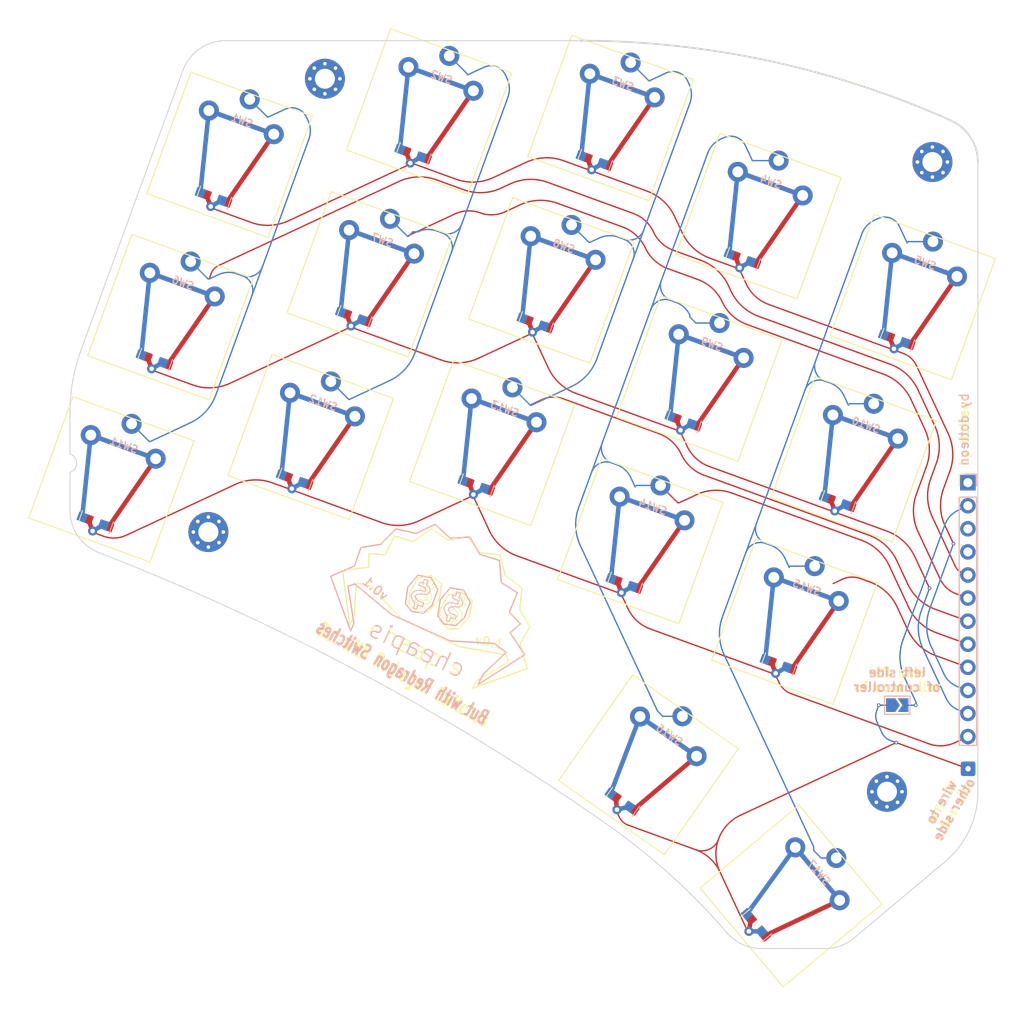
<source format=kicad_pcb>
(kicad_pcb (version 20241229) (generator "pcbnew") (generator_version "9.0")
  (layers (0 "F.Cu" signal) (2 "B.Cu" signal) (13 "F.Paste" user) (15 "B.Paste" user) (5 "F.SilkS" user "F.Silkscreen") (7 "B.SilkS" user "B.Silkscreen") (1 "F.Mask" user) (3 "B.Mask" user) (25 "Edge.Cuts" user))
  (net 0 "")
  (net 1 "row4")
  (net 2 "col1")
  (net 3 "row1")
  (net 4 "col2")
  (net 5 "col3")
  (net 6 "col4")
  (net 7 "col5")
  (net 8 "row2")
  (net 9 "row3")
  (net 10 "Net-(JP1-B)")
  (footprint "Redragon:SW_Redragon_LowProfile_PCB_1.00u" (layer "F.Cu") (at 86.587042 89.089731 -20)
    (property "Reference" "SW8")
    (property "Value" "SW_Diode_Combined")
  )
  (footprint "Redragon:SW_Redragon_LowProfile_PCB_1.00u" (layer "F.Cu") (at 97.281338 142.370654 -35)
    (property "Reference" "SW16")
    (property "Value" "SW_Diode_Combined")
  )
  (footprint "Redragon:SW_Redragon_LowProfile_PCB_1.00u" (layer "F.Cu") (at 66.613726 88.413684 -20)
    (property "Reference" "SW7")
    (property "Value" "SW_Diode_Combined")
  )
  (footprint "Redragon:SW_Redragon_LowProfile_PCB_1.00u" (layer "F.Cu") (at 109.376387 82.011262 -20)
    (property "Reference" "SW4")
    (property "Value" "SW_Diode_Combined")
  )
  (footprint "MountingHole:MountingHole_2.2mm_M2_Pad_Via" (layer "F.Cu") (at 48.850157 116.775446)
    (property "Reference" "H3")
    (property "Value" "MountingHole")
  )
  (footprint "Redragon:SW_Redragon_LowProfile_PCB_1.00u" (layer "F.Cu") (at 126.357877 90.924828 -20)
    (property "Reference" "SW5")
    (property "Value" "SW_Diode_Combined")
  )
  (footprint "Redragon:SW_Redragon_LowProfile_PCB_1.00u" (layer "F.Cu") (at 102.877486 99.884389 -20)
    (property "Reference" "SW9")
    (property "Value" "SW_Diode_Combined")
  )
  (footprint "dotleon:promicro_half" (layer "F.Cu") (at 132.426387 111.341261)
    (property "Reference" "U1")
    (property "Value" "ProMicro")
  )
  (footprint "MountingHole:MountingHole_2.2mm_M2_Pad_Via" (layer "F.Cu") (at 123.519877 145.352724)
    (property "Reference" "H4")
    (property "Value" "MountingHole")
  )
  (footprint "Jumper:SolderJumper-2_P1.3mm_Open_TrianglePad1.0x1.5mm" (layer "F.Cu") (at 124.650387 135.827262)
    (property "Reference" "JP2")
    (property "Value" "SolderJumper_2_Open")
  )
  (footprint "Redragon:SW_Redragon_LowProfile_PCB_1.00u" (layer "F.Cu") (at 119.844121 108.76275 -20)
    (property "Reference" "SW10")
    (property "Value" "SW_Diode_Combined")
  )
  (footprint "MountingHole:MountingHole_2.2mm_M2_Pad_Via" (layer "F.Cu") (at 61.675328 66.896167)
    (property "Reference" "H1")
    (property "Value" "MountingHole")
  )
  (footprint "Redragon:SW_Redragon_LowProfile_PCB_1.00u" (layer "F.Cu") (at 113.339573 126.633849 -20)
    (property "Reference" "SW15")
    (property "Value" "SW_Diode_Combined")
  )
  (footprint "Redragon:SW_Redragon_LowProfile_PCB_1.00u" (layer "F.Cu") (at 51.179015 75.267916 -20)
    (property "Reference" "SW1")
    (property "Value" "SW_Diode_Combined")
  )
  (footprint "Redragon:SW_Redragon_LowProfile_PCB_1.00u" (layer "F.Cu") (at 93.09158 71.218657 -20)
    (property "Reference" "SW3")
    (property "Value" "SW_Diode_Combined")
  )
  (footprint "Connector_Wire:SolderWire-0.1sqmm_1x01_D0.4mm_OD1mm" (layer "F.Cu") (at 132.446386 142.821262)
    (property "Reference" "J1")
    (property "Value" "Conn_01x01")
  )
  (footprint "MountingHole:MountingHole_2.2mm_M2_Pad_Via" (layer "F.Cu") (at 128.519877 76.062098)
    (property "Reference" "H2")
    (property "Value" "MountingHole")
  )
  (footprint "Redragon:SW_Redragon_LowProfile_PCB_1.00u" (layer "F.Cu") (at 112.962957 156.821847 -50)
    (property "Reference" "SW17")
    (property "Value" "SW_Diode_Combined")
  )
  (footprint "Redragon:SW_Redragon_LowProfile_PCB_1.00u" (layer "F.Cu") (at 73.137418 70.489987 -20)
    (property "Reference" "SW2")
    (property "Value" "SW_Diode_Combined")
  )
  (footprint "Redragon:SW_Redragon_LowProfile_PCB_1.00u" (layer "F.Cu") (at 96.372938 117.755486 -20)
    (property "Reference" "SW14")
    (property "Value" "SW_Diode_Combined")
  )
  (footprint "Redragon:SW_Redragon_LowProfile_PCB_1.00u" (layer "F.Cu") (at 80.082495 106.960829 -20)
    (property "Reference" "SW13")
    (property "Value" "SW_Diode_Combined")
  )
  (footprint "Redragon:SW_Redragon_LowProfile_PCB_1.00u" (layer "F.Cu") (at 44.680625 93.122099 -20)
    (property "Reference" "SW6")
    (property "Value" "SW_Diode_Combined")
  )
  (footprint "Redragon:SW_Redragon_LowProfile_PCB_1.00u" (layer "F.Cu") (at 60.105751 106.317588 -20)
    (property "Reference" "SW12")
    (property "Value" "SW_Diode_Combined")
  )
  (footprint "Redragon:SW_Redragon_LowProfile_PCB_1.00u" (layer "F.Cu") (at 38.182241 110.976259 -20)
    (property "Reference" "SW11")
    (property "Value" "SW_Diode_Combined")
  )
  (footprint "Jumper:SolderJumper-2_P1.3mm_Open_TrianglePad1.0x1.5mm" (layer "B.Cu") (at 124.650387 135.827262)
    (property "Reference" "JP1")
    (property "Value" "SolderJumper_2_Open")
  )
  (gr_poly (pts (xy 74.526437 122.5073) (xy 74.226911 124.207384) (xy 73.032118 125.560332) (xy 71.911189 125.599304) (xy 70.954571 124.719032) (xy 70.989119 123.454596) (xy 71.88666 121.865753) (xy 73.381876 121.558624)) (stroke (width 0.15)) (fill no) (layer "F.SilkS"))
  (gr_poly (pts (xy 77.074634 124.09058) (xy 76.840529 124.471627) (xy 77.121961 124.697014) (xy 76.996194 124.987156) (xy 76.325003 124.627288) (xy 76.117048 124.709477) (xy 76 124.9) (xy 76.47195 125.242437) (xy 76.71689 125.572095) (xy 76.802223 125.922405) (xy 76.674935 126.364396) (xy 76.259028 126.528773) (xy 75.951454 126.602245) (xy 75.752215 126.584816) (xy 75.409779 127.056766) (xy 75.12835 126.831378) (xy 75.362454 126.450333) (xy 74.881786 126.207517) (xy 75.115885 125.82647) (xy 75.787077 126.186339) (xy 76.293888 126.130298) (xy 76.332376 125.751396) (xy 75.965137 125.29848) (xy 75.592805 124.964757) (xy 75.636381 124.46666) (xy 76.160629 124.211379) (xy 76.450768 124.337143) (xy 76.693586 123.856478)) (stroke (width 0.1)) (fill no) (layer "F.SilkS"))
  (gr_poly (pts (xy 73.703793 122.236195) (xy 73.46969 122.617245) (xy 73.751119 122.842629) (xy 73.428647 123.031616) (xy 72.947982 122.788801) (xy 72.746211 122.855091) (xy 72.629159 123.045614) (xy 73.10111 123.388051) (xy 73.353987 123.681921) (xy 73.439319 124.032231) (xy 73.269945 124.49758) (xy 72.888187 124.674389) (xy 72.580612 124.747863) (xy 72.381375 124.73043) (xy 72.038938 125.202381) (xy 71.75751 124.976996) (xy 71.991612 124.595949) (xy 71.510945 124.353131) (xy 71.745048 123.972086) (xy 72.416237 124.331953) (xy 72.832663 124.237099) (xy 72.935269 123.955191) (xy 72.594296 123.444093) (xy 72.221966 123.110373) (xy 72.265545 122.612275) (xy 72.78979 122.356995) (xy 73.07993 122.482761) (xy 73.322747 122.002095)) (stroke (width 0.1)) (fill no) (layer "F.SilkS"))
  (gr_poly (pts (xy 77.874615 124.355389) (xy 77.575089 126.055473) (xy 76.3803 127.408423) (xy 75.259369 127.447392) (xy 74.302749 126.567121) (xy 74.337296 125.302683) (xy 75.234838 123.713842) (xy 76.730056 123.406714)) (stroke (width 0.15)) (fill no) (layer "F.SilkS"))
  (gr_poly (pts (xy 78.702315 119.018183) (xy 80.940647 119.30078) (xy 81.512411 121.530825) (xy 83.340319 122.941051) (xy 83.117488 125.307557) (xy 84.23614 127.204562) (xy 83.142019 129.041106) (xy 83.952848 131.783835) (xy 77.946073 133.960675) (xy 78.347861 133.149153) (xy 81.885524 131.03139) (xy 81.620891 130.296565) (xy 76.426673 129.363782) (xy 70.088239 126.311858) (xy 66.706037 122.739645) (xy 65.134123 122.380351) (xy 64.910948 125.917326) (xy 64.406553 127.010756) (xy 63.622323 120.97876) (xy 66.510151 120.646411) (xy 66.519134 119.159831) (xy 68.287619 119.271418) (xy 69.356174 117.21273) (xy 71.363731 117.837006) (xy 73.36334 116.436449) (xy 75.259654 117.658738) (xy 77.421289 117.274914)) (stroke (width 0.15)) (fill no) (layer "F.SilkS"))
  (gr_poly (pts (xy 75.475668 122.903522) (xy 74.36586 124.225766) (xy 74.09744 126.010688) (xy 74.788104 126.894421) (xy 76.077334 127.061405) (xy 77.023742 126.222175) (xy 77.663938 124.513331) (xy 76.938106 123.17051)) (stroke (width 0.15)) (fill no) (layer "B.SilkS"))
  (gr_poly (pts (xy 76.212132 123.359441) (xy 76.070709 123.78371) (xy 75.717157 123.712996) (xy 75.779663 124.081503) (xy 76.274638 124.293635) (xy 76.353553 124.49081) (xy 76.282843 124.702944) (xy 75.717156 124.561522) (xy 75.329492 124.556704) (xy 75.006288 124.716511) (xy 74.758684 125.145378) (xy 74.86863 125.551473) (xy 75.010048 125.834319) (xy 75.151471 125.975737) (xy 75.010049 126.541423) (xy 75.363603 126.612136) (xy 75.505025 126.187869) (xy 76 126.4) (xy 76.141419 125.975737) (xy 75.434314 125.692895) (xy 75.239303 125.312921) (xy 75.389303 125.053114) (xy 76 124.985787) (xy 76.494973 125.056497) (xy 76.848526 124.702942) (xy 76.707104 124.137257) (xy 76.424262 123.995839) (xy 76.636395 123.500863)) (stroke (width 0.1)) (fill no) (layer "B.SilkS"))
  (gr_poly (pts (xy 71.907783 121.526598) (xy 70.797974 122.848841) (xy 70.529549 124.633762) (xy 71.220218 125.517496) (xy 72.509447 125.684481) (xy 73.455858 124.845251) (xy 74.096053 123.136406) (xy 73.370219 121.793584)) (stroke (width 0.15)) (fill no) (layer "B.SilkS"))
  (gr_poly (pts (xy 75.464285 117.461853) (xy 73.80903 115.928841) (xy 71.733195 116.92429) (xy 69.477943 116.430507) (xy 67.808327 118.122367) (xy 65.63608 118.484799) (xy 64.932494 120.503454) (xy 62.310251 121.645317) (xy 64.503775 127.646016) (xy 64.867171 126.816594) (xy 64.215506 122.745315) (xy 64.948517 122.475699) (xy 69.001852 125.85512) (xy 75.414027 128.748902) (xy 80.324539 129.043645) (xy 81.61018 130.016851) (xy 79.044153 132.461337) (xy 78.530758 133.550569) (xy 83.655626 130.274032) (xy 82.053963 127.848198) (xy 83.186974 126.885762) (xy 81.964733 125.602749) (xy 82.854925 123.46089) (xy 81.086271 122.324288) (xy 80.873834 119.892239) (xy 78.71858 119.225252) (xy 77.623134 117.322626)) (stroke (width 0.15)) (fill no) (layer "B.SilkS"))
  (gr_poly (pts (xy 72.624857 121.969204) (xy 72.483437 122.393471) (xy 72.129879 122.322759) (xy 71.988459 122.6056) (xy 72.695567 122.888442) (xy 72.766277 123.100577) (xy 72.695565 123.312705) (xy 72.12988 123.171285) (xy 71.719904 123.195551) (xy 71.3967 123.355357) (xy 71.139935 123.736971) (xy 71.281353 124.161234) (xy 71.422777 124.444077) (xy 71.564196 124.585501) (xy 71.422774 125.151185) (xy 71.77633 125.221896) (xy 71.917748 124.79763) (xy 72.412723 125.009764) (xy 72.554147 124.585501) (xy 71.847037 124.302658) (xy 71.564194 123.878394) (xy 71.829711 123.605358) (xy 72.412722 123.59555) (xy 72.907698 123.66626) (xy 73.261254 123.312708) (xy 73.11983 122.74702) (xy 72.836991 122.6056) (xy 73.049122 122.110626)) (stroke (width 0.1)) (fill no) (layer "B.SilkS"))
  (gr_line (start 50.7388 62.705987) (end 89.560457 62.705987) (stroke (width 0.1)) (layer "Edge.Cuts"))
  (gr_arc (start 92.69345 148.92163) (mid 99.67823 154.491016) (end 105.926009 160.87619) (stroke (width 0.1)) (layer "Edge.Cuts"))
  (gr_line (start 33.626386 108.161262) (end 33.620242 103.646355) (stroke (width 0.1)) (layer "Edge.Cuts"))
  (gr_line (start 133.519877 76.062098) (end 133.519877 145.352724) (stroke (width 0.1)) (layer "Edge.Cuts"))
  (gr_line (start 129.947753 153.013169) (end 119.909731 161.436069) (stroke (width 0.1)) (layer "Edge.Cuts"))
  (gr_arc (start 89.560457 62.705987) (mid 110.531754 64.929688) (end 130.570373 71.501893) (stroke (width 0.2)) (layer "Edge.Cuts"))
  (gr_arc (start 133.519877 145.352724) (mid 132.582954 149.578906) (end 129.947753 153.013169) (stroke (width 0.1)) (layer "Edge.Cuts"))
  (gr_arc (start 130.570373 71.501893) (mid 132.718239 73.346631) (end 133.519877 76.062098) (stroke (width 0.2)) (layer "Edge.Cuts"))
  (gr_line (start 34.82639 96.805952) (end 46.040337 65.995886) (stroke (width 0.1)) (layer "Edge.Cuts"))
  (gr_arc (start 46.040337 65.995886) (mid 47.870914 63.61022) (end 50.7388 62.705987) (stroke (width 0.1)) (layer "Edge.Cuts"))
  (gr_arc (start 33.620242 103.646355) (mid 33.924089 100.173392) (end 34.82639 96.805952) (stroke (width 0.1)) (layer "Edge.Cuts"))
  (gr_arc (start 119.909731 161.436069) (mid 118.405895 162.304314) (end 116.695793 162.605847) (stroke (width 0.1)) (layer "Edge.Cuts"))
  (gr_arc (start 109.708185 162.605847) (mid 107.628729 162.152917) (end 105.926009 160.87619) (stroke (width 0.1)) (layer "Edge.Cuts"))
  (gr_line (start 116.695793 162.605847) (end 109.708185 162.605847) (stroke (width 0.1)) (layer "Edge.Cuts"))
  (gr_arc (start 36.809902 119.04064) (mid 65.653201 132.295099) (end 92.69345 148.92163) (stroke (width 0.1)) (layer "Edge.Cuts"))
  (gr_arc (start 33.626386 108.161262) (mid 34.351936 109.181262) (end 33.626386 110.201262) (stroke (width 0.1)) (layer "Edge.Cuts"))
  (gr_arc (start 36.809902 119.04064) (mid 34.494015 117.203729) (end 33.620242 114.379882) (stroke (width 0.1)) (layer "Edge.Cuts"))
  (gr_line (start 33.620242 114.379882) (end 33.626386 110.201262) (stroke (width 0.1)) (layer "Edge.Cuts"))
  (gr_text "by dotleon" (at 132 105.5 90) (layer "F.SilkS") (effects (font (size 1 1))))
  (gr_text "wire to\nother side" (at 130.2 146.9 60) (layer "F.SilkS") (effects (font (size 1 1) (thickness 0.2))))
  (gr_text "v0.1" (at 79.76177 128.882348 -10) (layer "F.SilkS") (effects (font (size 1 1))))
  (gr_text "But with Redragon Switches" (at 60.45 127.99 331) (layer "F.SilkS") (effects (font (size 1.5 1) (thickness 0.25) (bold yes)) (justify left bottom)))
  (gr_text "cheapis" (at 71.739148 129.580559 -25) (layer "F.SilkS") (effects (font (size 2 2))))
  (gr_text "left side\nof controller" (at 124.650387 133.033262 0) (layer "F.SilkS") (effects (font (size 1 1) (thickness 0.2))))
  (gr_text "left side\nof controller" (at 124.650387 133.033262 0) (layer "B.SilkS") (effects (font (size 1 1) (thickness 0.2)) (justify mirror)))
  (gr_text "wire to\nother side" (at 130.2 146.9 60) (layer "B.SilkS") (effects (font (size 1 1) (thickness 0.2)) (justify mirror)))
  (gr_text "v0.1" (at 67.226891 122.990828 -40) (layer "B.SilkS") (effects (font (size 1 1)) (justify mirror)))
  (gr_text "by dotleon" (at 132 105.5 90) (layer "B.SilkS") (effects (font (size 1 1)) (justify mirror)))
  (gr_text "But with Redragon Switches" (at 79.21 138.2 331) (layer "B.SilkS") (effects (font (size 1.5 1) (thickness 0.25) (bold yes)) (justify left bottom mirror)))
  (gr_text "cheapis" (at 71.848873 129.585313 -25) (layer "B.SilkS") (effects (font (size 2 2)) (justify mirror)))
  (segment (start 102.490727 151.738442) (end 95.064026 149.035344) (width 0.15) (layer "F.Cu") (net 1))
  (segment (start 124.537415 139.942632) (end 107.404425 147.931875) (width 0.15) (layer "F.Cu") (net 1))
  (segment (start 105.136528 154.162871) (end 108.228802 160.794275) (width 0.15) (layer "F.Cu") (net 1))
  (segment (start 122.618386 135.827262) (end 123.925387 135.827262) (width 0.15) (layer "F.Cu") (net 1))
  (segment (start 94.050921 148.107004) (end 93.736635 147.433014) (width 0.15) (layer "F.Cu") (net 1))
  (segment (start 124.537415 139.942632) (end 132.446386 142.821262) (width 0.15) (layer "F.Cu") (net 1))
  (via (at 122.618386 135.827262) (size 0.4) (drill 0.2) (layers "F.Cu" "B.Cu") (net 1))
  (via (at 124.537415 139.942632) (size 0.4) (drill 0.2) (layers "F.Cu" "B.Cu") (net 1))
  (arc (start 94.050921 148.107004) (mid 94.465145 148.671933) (end 95.064026 149.035344) (width 0.15) (layer "F.Cu") (net 1))
  (arc (start 107.404425 147.931875) (mid 105.929069 149.013651) (end 104.979995 150.577677) (width 0.15) (layer "F.Cu") (net 1))
  (arc (start 105.136528 154.162871) (mid 104.054752 152.687515) (end 102.490727 151.738442) (width 0.15) (layer "F.Cu") (net 1))
  (arc (start 104.979995 150.577677) (mid 104.701691 152.385842) (end 105.136528 154.162871) (width 0.15) (layer "F.Cu") (net 1))
  (arc (start 102.490727 151.738442) (mid 103.975763 151.673603) (end 104.979995 150.577677) (width 0.15) (layer "F.Cu") (net 1))
  (segment (start 122.618386 135.827262) (end 123.925387 135.827262) (width 0.15) (layer "B.Cu") (net 1))
  (segment (start 124.537415 139.942632) (end 123.89829 139.71001) (width 0.15) (layer "B.Cu") (net 1))
  (segment (start 122.618386 135.827262) (end 122.385764 136.466386) (width 0.15) (layer "B.Cu") (net 1))
  (segment (start 122.440582 137.721927) (end 122.971726 138.86097) (width 0.15) (layer "B.Cu") (net 1))
  (arc (start 122.971726 138.86097) (mid 123.350566 139.377642) (end 123.89829 139.71001) (width 0.15) (layer "B.Cu") (net 1))
  (arc (start 122.385764 136.466386) (mid 122.288302 137.099609) (end 122.440582 137.721927) (width 0.15) (layer "B.Cu") (net 1))
  (segment (start 69.801876 78.207532) (end 49.953933 87.46278) (width 0.15) (layer "F.Cu") (net 2))
  (segment (start 103.013614 86.864928) (end 100.044476 85.78425) (width 0.15) (layer "F.Cu") (net 2))
  (segment (start 73.962693 78.025868) (end 76.924673 79.10394) (width 0.15) (layer "F.Cu") (net 2))
  (segment (start 106.084213 89.678613) (end 106.342656 90.232845) (width 0.15) (layer "F.Cu") (net 2))
  (segment (start 82.037052 78.478553) (end 81.08549 78.922275) (width 0.15) (layer "F.Cu") (net 2))
  (segment (start 126.928877 101.117774) (end 128.765175 105.055727) (width 0.15) (layer "F.Cu") (net 2))
  (segment (start 86.19787 78.296889) (end 95.6133 81.723825) (width 0.15) (layer "F.Cu") (net 2))
  (segment (start 128.320747 110.936722) (end 128.94684 109.216544) (width 0.15) (layer "F.Cu") (net 2))
  (segment (start 49.160054 88.329148) (end 48.942544 88.92675) (width 0.15) (layer "F.Cu") (net 2))
  (segment (start 131.04279 120.545398) (end 128.502411 115.097539) (width 0.15) (layer "F.Cu") (net 2))
  (segment (start 123.858278 98.304089) (end 109.413254 93.04653) (width 0.15) (layer "F.Cu") (net 2))
  (segment (start 131.861593 121.295693) (end 132.426387 121.501262) (width 0.15) (layer "F.Cu") (net 2))
  (arc (start 126.928877 101.117774) (mid 125.673415 99.405541) (end 123.858278 98.304089) (width 0.15) (layer "F.Cu") (net 2))
  (arc (start 128.765175 105.055727) (mid 129.269826 107.118067) (end 128.94684 109.216544) (width 0.15) (layer "F.Cu") (net 2))
  (arc (start 131.04279 120.545398) (mid 131.37757 121.001981) (end 131.861593 121.295693) (width 0.15) (layer "F.Cu") (net 2))
  (arc (start 128.320747 110.936722) (mid 127.99776 113.035198) (end 128.502411 115.097539) (width 0.15) (layer "F.Cu") (net 2))
  (arc (start 73.962693 78.025868) (mid 71.864217 77.702881) (end 69.801876 78.207532) (width 0.15) (layer "F.Cu") (net 2))
  (arc (start 106.342656 90.232845) (mid 107.598117 91.945077) (end 109.413254 93.04653) (width 0.15) (layer "F.Cu") (net 2))
  (arc (start 81.08549 78.922275) (mid 79.023149 79.426926) (end 76.924673 79.10394) (width 0.15) (layer "F.Cu") (net 2))
  (arc (start 86.19787 78.296889) (mid 84.099393 77.973902) (end 82.037052 78.478553) (width 0.15) (layer "F.Cu") (net 2))
  (arc (start 106.084213 89.678613) (mid 104.828752 87.966381) (end 103.013614 86.864928) (width 0.15) (layer "F.Cu") (net 2))
  (arc (start 49.953933 87.46278) (mid 49.470827 87.817007) (end 49.160054 88.329148) (width 0.15) (layer "F.Cu") (net 2))
  (arc (start 97.828888 83.754038) (mid 98.734765 84.989497) (end 100.044476 85.78425) (width 0.15) (layer "F.Cu") (net 2))
  (arc (start 97.828888 83.754038) (mid 96.923011 82.518577) (end 95.6133 81.723825) (width 0.15) (layer "F.Cu") (net 2))
  (segment (start 42.345595 106.80848) (end 40.405372 104.868257) (width 0.15) (layer "B.Cu") (net 2))
  (segment (start 49.669275 101.690749) (end 53.640157 90.780841) (width 0.15) (layer "B.Cu") (net 2))
  (segment (start 55.462275 71.100137) (end 55.342369 71.100137) (width 0.15) (layer "B.Cu") (net 2))
  (segment (start 42.465501 106.80848) (end 42.345595 106.80848) (width 0.15) (layer "B.Cu") (net 2))
  (segment (start 55.342369 71.100137) (end 53.402146 69.159914) (width 0.15) (layer "B.Cu") (net 2))
  (segment (start 55.987721 84.330962) (end 59.904766 73.568967) (width 0.15) (layer "B.Cu") (net 2))
  (segment (start 54.813939 87.555901) (end 53.640157 90.780841) (width 0.15) (layer "B.Cu") (net 2))
  (segment (start 55.987721 84.330962) (end 54.813939 87.555901) (width 0.15) (layer "B.Cu") (net 2))
  (segment (start 52.614577 88.58148) (end 52.018197 88.364415) (width 0.15) (layer "B.Cu") (net 2))
  (segment (start 57.262724 70.260573) (end 55.462275 71.100137) (width 0.15) (layer "B.Cu") (net 2))
  (segment (start 49.955326 88.454482) (end 48.942544 88.92675) (width 0.15) (layer "B.Cu") (net 2))
  (segment (start 59.649894 71.129432) (end 59.81358 71.480457) (width 0.15) (layer "B.Cu") (net 2))
  (segment (start 46.855589 104.761348) (end 42.465501 106.80848) (width 0.15) (layer "B.Cu") (net 2))
  (segment (start 48.942544 88.92675) (end 48.816409 88.92675) (width 0.15) (layer "B.Cu") (net 2))
  (segment (start 48.816409 88.92675) (end 46.903756 87.014097) (width 0.15) (layer "B.Cu") (net 2))
  (arc (start 59.81358 71.480457) (mid 60.066888 72.515643) (end 59.904766 73.568967) (width 0.15) (layer "B.Cu") (net 2))
  (arc (start 58.636256 70.200604) (mid 57.943525 70.093982) (end 57.262724 70.260573) (width 0.15) (layer "B.Cu") (net 2))
  (arc (start 59.649894 71.129432) (mid 59.235452 70.564205) (end 58.636256 70.200604) (width 0.15) (layer "B.Cu") (net 2))
  (arc (start 49.669275 101.690749) (mid 48.567822 103.505886) (end 46.855589 104.761348) (width 0.15) (layer "B.Cu") (net 2))
  (arc (start 52.614577 88.58148) (mid 53.926662 88.524193) (end 54.813939 87.555901) (width 0.15) (layer "B.Cu") (net 2))
  (arc (start 52.018197 88.364415) (mid 50.977804 88.204283) (end 49.955326 88.454482) (width 0.15) (layer "B.Cu") (net 2))
  (arc (start 53.640157 90.780841) (mid 53.582869 89.468756) (end 52.614577 88.58148) (width 0.15) (layer "B.Cu") (net 2))
  (segment (start 71.023734 76.297287) (end 71.140112 76.243019) (width 0.15) (layer "F.Cu") (net 3))
  (segment (start 126.776183 98.481364) (end 130.253206 105.937863) (width 0.15) (layer "F.Cu") (net 3))
  (segment (start 97.091397 79.25109) (end 90.977896 77.025958) (width 0.15) (layer "F.Cu") (net 3))
  (segment (start 71.377155 76.232669) (end 76.071618 77.941314) (width 0.15) (layer "F.Cu") (net 3))
  (segment (start 124.244193 96.732129) (end 110.503867 91.731059) (width 0.15) (layer "F.Cu") (net 3))
  (segment (start 104.060021 86.652881) (end 107.262703 87.818562) (width 0.15) (layer "F.Cu") (net 3))
  (segment (start 129.73236 112.028814) (end 130.434871 110.09868) (width 0.15) (layer "F.Cu") (net 3))
  (segment (start 124.244193 96.732129) (end 125.277767 97.108319) (width 0.15) (layer "F.Cu") (net 3))
  (segment (start 107.262703 87.818562) (end 108.030114 89.464282) (width 0.15) (layer "F.Cu") (net 3))
  (segment (start 129.909034 116.075305) (end 130.835426 118.06196) (width 0.15) (layer "F.Cu") (net 3))
  (segment (start 87.944642 75.921944) (end 90.977896 77.025958) (width 0.15) (layer "F.Cu") (net 3))
  (segment (start 53.525146 82.698456) (end 49.065331 81.075216) (width 0.15) (layer "F.Cu") (net 3))
  (segment (start 83.783825 76.103608) (end 80.232435 77.759649) (width 0.15) (layer "F.Cu") (net 3))
  (segment (start 71.023734 76.297287) (end 57.685963 82.516791) (width 0.15) (layer "F.Cu") (net 3))
  (segment (start 100.989422 83.839196) (end 100.161996 82.064775) (width 0.15) (layer "F.Cu") (net 3))
  (via (at 130.835426 118.06196) (size 0.4) (drill 0.2) (layers "F.Cu" "B.Cu") (net 3))
  (arc (start 87.944642 75.921944) (mid 85.846166 75.598957) (end 83.783825 76.103608) (width 0.15) (layer "F.Cu") (net 3))
  (arc (start 80.232435 77.759649) (mid 78.170094 78.2643) (end 76.071618 77.941314) (width 0.15) (layer "F.Cu") (net 3))
  (arc (start 71.377155 76.232669) (mid 71.257604 76.214268) (end 71.140112 76.243019) (width 0.15) (layer "F.Cu") (net 3))
  (arc (start 108.030114 89.464282) (mid 109.041546 90.843701) (end 110.503867 91.731059) (width 0.15) (layer "F.Cu") (net 3))
  (arc (start 130.253206 105.937863) (mid 130.757857 108.000203) (end 130.434871 110.09868) (width 0.15) (layer "F.Cu") (net 3))
  (arc (start 100.161996 82.064775) (mid 98.906534 80.352542) (end 97.091397 79.25109) (width 0.15) (layer "F.Cu") (net 3))
  (arc (start 129.73236 112.028814) (mid 129.418248 114.06963) (end 129.909034 116.075305) (width 0.15) (layer "F.Cu") (net 3))
  (arc (start 126.776183 98.481364) (mid 126.163533 97.645815) (end 125.277767 97.108319) (width 0.15) (layer "F.Cu") (net 3))
  (arc (start 57.685963 82.516791) (mid 55.623622 83.021442) (end 53.525146 82.698456) (width 0.15) (layer "F.Cu") (net 3))
  (arc (start 100.989422 83.839196) (mid 102.244883 85.551428) (end 104.060021 86.652881) (width 0.15) (layer "F.Cu") (net 3))
  (segment (start 128.401992 129.4077) (end 129.78698 132.377817) (width 0.15) (layer "B.Cu") (net 3))
  (segment (start 130.835426 118.06196) (end 128.220328 125.246883) (width 0.15) (layer "B.Cu") (net 3))
  (segment (start 131.348964 133.809111) (end 132.426386 134.201261) (width 0.15) (layer "B.Cu") (net 3))
  (arc (start 129.78698 132.377817) (mid 130.425621 133.248812) (end 131.348964 133.809111) (width 0.15) (layer "B.Cu") (net 3))
  (arc (start 128.220328 125.246883) (mid 127.897341 127.345359) (end 128.401992 129.4077) (width 0.15) (layer "B.Cu") (net 3))
  (segment (start 70.890332 84.177983) (end 70.875645 84.218335) (width 0.15) (layer "F.Cu") (net 4))
  (segment (start 81.516429 81.530065) (end 83.112864 80.785637) (width 0.15) (layer "F.Cu") (net 4))
  (segment (start 70.943937 84.119482) (end 75.978428 81.77186) (width 0.15) (layer "F.Cu") (net 4))
  (segment (start 108.097735 93.929868) (end 123.100997 99.390609) (width 0.15) (layer "F.Cu") (net 4))
  (segment (start 126.944774 116.745689) (end 129.358402 121.921731) (width 0.15) (layer "F.Cu") (net 4))
  (segment (start 126.763109 112.584872) (end 127.854862 109.585305) (width 0.15) (layer "F.Cu") (net 4))
  (segment (start 99.431603 87.795956) (end 102.70326 88.986742) (width 0.15) (layer "F.Cu") (net 4))
  (segment (start 126.171596 102.204293) (end 127.673197 105.424488) (width 0.15) (layer "F.Cu") (net 4))
  (segment (start 94.422447 83.20591) (end 87.27368 80.603972) (width 0.15) (layer "F.Cu") (net 4))
  (segment (start 131.174015 123.585435) (end 132.426387 124.041261) (width 0.15) (layer "F.Cu") (net 4))
  (arc (start 105.400498 91.458305) (mid 104.297691 89.954266) (end 102.70326 88.986742) (width 0.15) (layer "F.Cu") (net 4))
  (arc (start 96.927026 85.500934) (mid 95.902991 84.104325) (end 94.422447 83.20591) (width 0.15) (layer "F.Cu") (net 4))
  (arc (start 81.516429 81.530065) (mid 80.143952 81.865909) (end 78.747429 81.650964) (width 0.15) (layer "F.Cu") (net 4))
  (arc (start 126.171596 102.204293) (mid 124.916134 100.492061) (end 123.100997 99.390609) (width 0.15) (layer "F.Cu") (net 4))
  (arc (start 87.27368 80.603972) (mid 85.175204 80.280985) (end 83.112864 80.785637) (width 0.15) (layer "F.Cu") (net 4))
  (arc (start 127.673197 105.424488) (mid 128.177848 107.486828) (end 127.854862 109.585305) (width 0.15) (layer "F.Cu") (net 4))
  (arc (start 105.400498 91.458305) (mid 106.503304 92.962343) (end 108.097735 93.929868) (width 0.15) (layer "F.Cu") (net 4))
  (arc (start 70.943937 84.119482) (mid 70.911316 84.143401) (end 70.890332 84.177983) (width 0.15) (layer "F.Cu") (net 4))
  (arc (start 78.747429 81.650964) (mid 77.350905 81.436017) (end 75.978428 81.77186) (width 0.15) (layer "F.Cu") (net 4))
  (arc (start 126.763109 112.584872) (mid 126.440123 114.683348) (end 126.944774 116.745689) (width 0.15) (layer "F.Cu") (net 4))
  (arc (start 129.358402 121.921731) (mid 130.100743 122.934156) (end 131.174015 123.585435) (width 0.15) (layer "F.Cu") (net 4))
  (arc (start 96.927026 85.500934) (mid 97.95106 86.897541) (end 99.431603 87.795956) (width 0.15) (layer "F.Cu") (net 4))
  (segment (start 79.166402 65.632995) (end 77.365953 66.472559) (width 0.15) (layer "B.Cu") (net 4))
  (segment (start 64.300198 102.180902) (end 62.328882 100.209586) (width 0.15) (layer "B.Cu") (net 4))
  (segment (start 68.759267 100.13377) (end 64.369179 102.180902) (width 0.15) (layer "B.Cu") (net 4))
  (segment (start 81.717258 66.852879) (end 81.553572 66.501854) (width 0.15) (layer "B.Cu") (net 4))
  (segment (start 77.872411 79.755553) (end 76.736605 82.876154) (width 0.15) (layer "B.Cu") (net 4))
  (segment (start 71.904454 83.738594) (end 71.355386 83.738594) (width 0.15) (layer "B.Cu") (net 4))
  (segment (start 70.74951 84.218335) (end 68.836857 82.305682) (width 0.15) (layer "B.Cu") (net 4))
  (segment (start 74.6084 83.868552) (end 73.999969 83.647102) (width 0.15) (layer "B.Cu") (net 4))
  (segment (start 70.875645 84.218335) (end 70.74951 84.218335) (width 0.15) (layer "B.Cu") (net 4))
  (segment (start 76.736605 82.876154) (end 75.600799 85.996756) (width 0.15) (layer "B.Cu") (net 4))
  (segment (start 71.355386 83.738594) (end 70.875645 84.218335) (width 0.15) (layer "B.Cu") (net 4))
  (segment (start 64.369179 102.180902) (end 64.300198 102.180902) (width 0.15) (layer "B.Cu") (net 4))
  (segment (start 81.808444 68.941389) (end 77.872411 79.755553) (width 0.15) (layer "B.Cu") (net 4))
  (segment (start 77.365953 66.387389) (end 75.360549 64.381985) (width 0.15) (layer "B.Cu") (net 4))
  (segment (start 75.600799 85.996756) (end 71.572953 97.063171) (width 0.15) (layer "B.Cu") (net 4))
  (segment (start 77.365953 66.472559) (end 77.365953 66.387389) (width 0.15) (layer "B.Cu") (net 4))
  (arc (start 73.999969 83.647102) (mid 72.943112 83.484435) (end 71.904454 83.738594) (width 0.15) (layer "B.Cu") (net 4))
  (arc (start 71.572953 97.063171) (mid 70.4715 98.878308) (end 68.759267 100.13377) (width 0.15) (layer "B.Cu") (net 4))
  (arc (start 81.553572 66.501854) (mid 81.13913 65.936627) (end 80.539934 65.573026) (width 0.15) (layer "B.Cu") (net 4))
  (arc (start 81.717258 66.852879) (mid 81.970566 67.888065) (end 81.808444 68.941389) (width 0.15) (layer "B.Cu") (net 4))
  (arc (start 80.539934 65.573026) (mid 79.847203 65.466404) (end 79.166402 65.632995) (width 0.15) (layer "B.Cu") (net 4))
  (arc (start 75.600799 85.996756) (mid 75.545364 84.727121) (end 74.6084 83.868552) (width 0.15) (layer "B.Cu") (net 4))
  (arc (start 74.6084 83.868552) (mid 75.878034 83.813118) (end 76.736605 82.876154) (width 0.15) (layer "B.Cu") (net 4))
  (segment (start 125.791121 122.470144) (end 124.611435 119.940299) (width 0.15) (layer "F.Cu") (net 5))
  (segment (start 87.899831 102.115428) (end 98.38851 105.932995) (width 0.15) (layer "F.Cu") (net 5))
  (segment (start 85.515178 102.219544) (end 84.344414 102.76548) (width 0.15) (layer "F.Cu") (net 5))
  (segment (start 103.397666 110.52304) (end 121.540836 117.126614) (width 0.15) (layer "F.Cu") (net 5))
  (segment (start 128.86172 125.283829) (end 132.426386 126.581262) (width 0.15) (layer "F.Cu") (net 5))
  (arc (start 87.899831 102.115428) (mid 86.697149 101.930317) (end 85.515178 102.219544) (width 0.15) (layer "F.Cu") (net 5))
  (arc (start 125.791121 122.470144) (mid 127.046582 124.182376) (end 128.86172 125.283829) (width 0.15) (layer "F.Cu") (net 5))
  (arc (start 100.893088 108.228018) (mid 101.917122 109.624625) (end 103.397666 110.52304) (width 0.15) (layer "F.Cu") (net 5))
  (arc (start 100.893088 108.228018) (mid 99.869053 106.831409) (end 98.38851 105.932995) (width 0.15) (layer "F.Cu") (net 5))
  (arc (start 124.611435 119.940299) (mid 123.355974 118.228067) (end 121.540836 117.126614) (width 0.15) (layer "F.Cu") (net 5))
  (segment (start 91.873262 84.416743) (end 90.84896 84.894382) (width 0.15) (layer "B.Cu") (net 5))
  (segment (start 90.84896 84.894382) (end 90.722826 84.894382) (width 0.15) (layer "B.Cu") (net 5))
  (segment (start 88.788641 100.772754) (end 84.398553 102.819887) (width 0.15) (layer "B.Cu") (net 5))
  (segment (start 97.470384 67.111544) (end 97.535964 67.045964) (width 0.15) (layer "B.Cu") (net 5))
  (segment (start 97.912222 80.365861) (end 101.837818 69.580374) (width 0.15) (layer "B.Cu") (net 5))
  (segment (start 94.588222 84.554453) (end 93.959595 84.325651) (width 0.15) (layer "B.Cu") (net 5))
  (segment (start 84.398553 102.819887) (end 84.272686 102.819887) (width 0.15) (layer "B.Cu") (net 5))
  (segment (start 99.195776 66.27198) (end 97.535964 67.045964) (width 0.15) (layer "B.Cu") (net 5))
  (segment (start 95.314711 65.110655) (end 97.3156 67.111544) (width 0.15) (layer "B.Cu") (net 5))
  (segment (start 90.722826 84.894382) (end 88.810173 82.981729) (width 0.15) (layer "B.Cu") (net 5))
  (segment (start 84.272686 102.819887) (end 82.305626 100.852827) (width 0.15) (layer "B.Cu") (net 5))
  (segment (start 96.755541 83.543816) (end 95.59886 86.72177) (width 0.15) (layer "B.Cu") (net 5))
  (segment (start 95.59886 86.72177) (end 91.602326 97.702156) (width 0.15) (layer "B.Cu") (net 5))
  (segment (start 97.535964 67.045964) (end 97.395327 67.111544) (width 0.15) (layer "B.Cu") (net 5))
  (segment (start 101.582945 67.140839) (end 101.746631 67.491864) (width 0.15) (layer "B.Cu") (net 5))
  (segment (start 97.3156 67.111544) (end 97.470384 67.111544) (width 0.15) (layer "B.Cu") (net 5))
  (segment (start 97.912222 80.365861) (end 96.755541 83.543816) (width 0.15) (layer "B.Cu") (net 5))
  (arc (start 95.59886 86.72177) (mid 95.542407 85.428801) (end 94.588222 84.554453) (width 0.15) (layer "B.Cu") (net 5))
  (arc (start 93.959595 84.325651) (mid 92.907369 84.163698) (end 91.873262 84.416743) (width 0.15) (layer "B.Cu") (net 5))
  (arc (start 94.588222 84.554453) (mid 95.881191 84.498) (end 96.755541 83.543816) (width 0.15) (layer "B.Cu") (net 5))
  (arc (start 101.582945 67.140839) (mid 101.168504 66.575612) (end 100.569307 66.212011) (width 0.15) (layer "B.Cu") (net 5))
  (arc (start 101.746631 67.491864) (mid 101.999939 68.52705) (end 101.837818 69.580374) (width 0.15) (layer "B.Cu") (net 5))
  (arc (start 91.602326 97.702156) (mid 90.500873 99.517293) (end 88.788641 100.772754) (width 0.15) (layer "B.Cu") (net 5))
  (arc (start 100.569307 66.212011) (mid 99.876577 66.105389) (end 99.195776 66.27198) (width 0.15) (layer "B.Cu") (net 5))
  (segment (start 106.471192 112.493055) (end 120.703405 117.673156) (width 0.15) (layer "F.Cu") (net 6))
  (segment (start 100.634857 113.560137) (end 100.508722 113.560137) (width 0.15) (layer "F.Cu") (net 6))
  (segment (start 100.508722 113.560137) (end 98.596069 111.647484) (width 0.15) (layer "F.Cu") (net 6))
  (segment (start 125.902088 125.050532) (end 123.774004 120.486841) (width 0.15) (layer "F.Cu") (net 6))
  (segment (start 128.972686 127.864218) (end 132.426386 129.121262) (width 0.15) (layer "F.Cu") (net 6))
  (segment (start 102.556704 112.663965) (end 100.634857 113.560137) (width 0.15) (layer "F.Cu") (net 6))
  (arc (start 125.902088 125.050532) (mid 127.157548 126.762764) (end 128.972686 127.864218) (width 0.15) (layer "F.Cu") (net 6))
  (arc (start 123.774004 120.486841) (mid 122.518542 118.774609) (end 120.703405 117.673156) (width 0.15) (layer "F.Cu") (net 6))
  (arc (start 106.471192 112.493055) (mid 104.49695 112.189189) (end 102.556704 112.663965) (width 0.15) (layer "F.Cu") (net 6))
  (segment (start 95.804836 111.802154) (end 95.959506 111.647484) (width 0.15) (layer "B.Cu") (net 6))
  (segment (start 98.846453 137.046166) (end 98.273429 136.473142) (width 0.15) (layer "B.Cu") (net 6))
  (segment (start 91.015606 110.192221) (end 92.194923 106.952075) (width 0.15) (layer "B.Cu") (net 6))
  (segment (start 97.522213 92.315466) (end 93.374239 103.711929) (width 0.15) (layer "B.Cu") (net 6))
  (segment (start 99.726759 91.287469) (end 100.288895 91.49207) (width 0.15) (layer "B.Cu") (net 6))
  (segment (start 101.009585 137.046166) (end 98.846453 137.046166) (width 0.15) (layer "B.Cu") (net 6))
  (segment (start 102.464055 93.776387) (end 105.100617 93.776387) (width 0.15) (layer "B.Cu") (net 6))
  (segment (start 103.790973 75.092188) (end 99.875311 85.850381) (width 0.15) (layer "B.Cu") (net 6))
  (segment (start 102.478712 93.76173) (end 102.464055 93.776387) (width 0.15) (layer "B.Cu") (net 6))
  (segment (start 99.875311 85.850381) (end 98.698762 89.082923) (width 0.15) (layer "B.Cu") (net 6))
  (segment (start 93.374239 103.711929) (end 92.194923 106.952075) (width 0.15) (layer "B.Cu") (net 6))
  (segment (start 105.554319 73.387224) (end 105.203295 73.55091) (width 0.15) (layer "B.Cu") (net 6))
  (segment (start 95.959506 111.647484) (end 98.596069 111.647484) (width 0.15) (layer "B.Cu") (net 6))
  (segment (start 108.718218 75.921782) (end 107.941489 74.256082) (width 0.15) (layer "B.Cu") (net 6))
  (segment (start 95.327035 110.777505) (end 95.804836 111.802154) (width 0.15) (layer "B.Cu") (net 6))
  (segment (start 108.73674 75.90326) (end 108.718218 75.921782) (width 0.15) (layer "B.Cu") (net 6))
  (segment (start 97.522213 92.315466) (end 98.698762 89.082923) (width 0.15) (layer "B.Cu") (net 6))
  (segment (start 93.225337 109.161806) (end 93.78684 109.366177) (width 0.15) (layer "B.Cu") (net 6))
  (segment (start 89.777554 118.253678) (end 98.273429 136.473142) (width 0.15) (layer "B.Cu") (net 6))
  (segment (start 91.015606 110.192221) (end 89.595889 114.092861) (width 0.15) (layer "B.Cu") (net 6))
  (segment (start 101.830993 93.114011) (end 102.478712 93.76173) (width 0.15) (layer "B.Cu") (net 6))
  (segment (start 111.599518 75.90326) (end 108.73674 75.90326) (width 0.15) (layer "B.Cu") (net 6))
  (segment (start 101.830993 92.905142) (end 101.830993 93.114011) (width 0.15) (layer "B.Cu") (net 6))
  (arc (start 100.288895 91.49207) (mid 101.200482 92.045234) (end 101.830993 92.905142) (width 0.15) (layer "B.Cu") (net 6))
  (arc (start 93.225337 109.161806) (mid 91.907065 109.219363) (end 91.015606 110.192221) (width 0.15) (layer "B.Cu") (net 6))
  (arc (start 107.941489 74.256082) (mid 107.527047 73.690855) (end 106.927851 73.327254) (width 0.15) (layer "B.Cu") (net 6))
  (arc (start 105.203295 73.55091) (mid 104.343844 74.181084) (end 103.790973 75.092188) (width 0.15) (layer "B.Cu") (net 6))
  (arc (start 99.726759 91.287469) (mid 98.41158 91.344891) (end 97.522213 92.315466) (width 0.15) (layer "B.Cu") (net 6))
  (arc (start 95.327035 110.777505) (mid 94.697303 109.918659) (end 93.78684 109.366177) (width 0.15) (layer "B.Cu") (net 6))
  (arc (start 92.194923 106.952075) (mid 92.252479 108.270346) (end 93.225337 109.161806) (width 0.15) (layer "B.Cu") (net 6))
  (arc (start 98.698762 89.082923) (mid 98.756184 90.398101) (end 99.726759 91.287469) (width 0.15) (layer "B.Cu") (net 6))
  (arc (start 106.927851 73.327254) (mid 106.23512 73.220632) (end 105.554319 73.387224) (width 0.15) (layer "B.Cu") (net 6))
  (arc (start 89.595889 114.092861) (mid 89.272903 116.191337) (end 89.777554 118.253678) (width 0.15) (layer "B.Cu") (net 6))
  (segment (start 124.638398 125.017593) (end 125.825115 127.562516) (width 0.15) (layer "F.Cu") (net 7))
  (segment (start 118.587689 121.978628) (end 117.601492 122.4385) (width 0.15) (layer "F.Cu") (net 7))
  (segment (start 128.895714 130.376202) (end 132.426386 131.661261) (width 0.15) (layer "F.Cu") (net 7))
  (segment (start 120.596412 121.890926) (end 121.641254 122.271217) (width 0.15) (layer "F.Cu") (net 7))
  (arc (start 124.638398 125.017593) (mid 123.41297 123.34632) (end 121.641254 122.271217) (width 0.15) (layer "F.Cu") (net 7))
  (arc (start 125.825115 127.562516) (mid 127.080576 129.274748) (end 128.895714 130.376202) (width 0.15) (layer "F.Cu") (net 7))
  (arc (start 120.596412 121.890926) (mid 119.583329 121.734997) (end 118.587689 121.978628) (width 0.15) (layer "F.Cu") (net 7))
  (segment (start 110.745324 118.234699) (end 110.176271 118.027581) (width 0.15) (layer "B.Cu") (net 7))
  (segment (start 116.824906 94.765204) (end 120.745875 83.992431) (width 0.15) (layer "B.Cu") (net 7))
  (segment (start 119.43069 102.654748) (end 122.067252 102.654748) (width 0.15) (layer "B.Cu") (net 7))
  (segment (start 112.29174 119.651728) (end 112.729498 120.590502) (width 0.15) (layer "B.Cu") (net 7))
  (segment (start 125.875905 84.816826) (end 128.581008 84.816826) (width 0.15) (layer "B.Cu") (net 7))
  (segment (start 105.418657 126.103616) (end 107.986428 119.048722) (width 0.15) (layer "B.Cu") (net 7))
  (segment (start 122.50922 82.287467) (end 122.158196 82.451153) (width 0.15) (layer "B.Cu") (net 7))
  (segment (start 124.89639 83.156325) (end 125.735955 84.956776) (width 0.15) (layer "B.Cu") (net 7))
  (segment (start 115.447633 151.807633) (end 115.447633 151.38206) (width 0.15) (layer "B.Cu") (net 7))
  (segment (start 114.493035 101.171966) (end 110.323833 112.626754) (width 0.15) (layer "B.Cu") (net 7))
  (segment (start 112.794153 120.525847) (end 112.729498 120.590502) (width 0.15) (layer "B.Cu") (net 7))
  (segment (start 116.283728 152.643728) (end 115.447633 151.807633) (width 0.15) (layer "B.Cu") (net 7))
  (segment (start 112.729498 120.590502) (end 112.771472 120.680517) (width 0.15) (layer "B.Cu") (net 7))
  (segment (start 117.942246 152.643728) (end 116.283728 152.643728) (width 0.15) (layer "B.Cu") (net 7))
  (segment (start 115.447633 151.38206) (end 105.600321 130.264433) (width 0.15) (layer "B.Cu") (net 7))
  (segment (start 125.735955 84.956776) (end 125.875905 84.816826) (width 0.15) (layer "B.Cu") (net 7))
  (segment (start 119.27602 102.809418) (end 119.43069 102.654748) (width 0.15) (layer "B.Cu") (net 7))
  (segment (start 116.824906 94.765204) (end 115.65897 97.968585) (width 0.15) (layer "B.Cu") (net 7))
  (segment (start 110.323833 112.626754) (end 109.155131 115.837738) (width 0.15) (layer "B.Cu") (net 7))
  (segment (start 118.795698 101.779364) (end 119.27602 102.809418) (width 0.15) (layer "B.Cu") (net 7))
  (segment (start 107.986428 119.048722) (end 109.155131 115.837738) (width 0.15) (layer "B.Cu") (net 7))
  (segment (start 114.493035 101.171966) (end 115.65897 97.968585) (width 0.15) (layer "B.Cu") (net 7))
  (segment (start 116.677693 100.153244) (end 117.24738 100.360593) (width 0.15) (layer "B.Cu") (net 7))
  (segment (start 115.562704 120.525847) (end 112.794153 120.525847) (width 0.15) (layer "B.Cu") (net 7))
  (arc (start 109.155131 115.837738) (mid 109.212169 117.144144) (end 110.176271 118.027581) (width 0.15) (layer "B.Cu") (net 7))
  (arc (start 105.600321 130.264433) (mid 105.09567 128.202091) (end 105.418657 126.103616) (width 0.15) (layer "B.Cu") (net 7))
  (arc (start 112.29174 119.651728) (mid 111.659464 118.789413) (end 110.745324 118.234699) (width 0.15) (layer "B.Cu") (net 7))
  (arc (start 124.89639 83.156325) (mid 124.481948 82.591099) (end 123.882752 82.227498) (width 0.15) (layer "B.Cu") (net 7))
  (arc (start 115.65897 97.968585) (mid 115.715874 99.271899) (end 116.677693 100.153244) (width 0.15) (layer "B.Cu") (net 7))
  (arc (start 110.176271 118.027581) (mid 108.869864 118.08462) (end 107.986428 119.048722) (width 0.15) (layer "B.Cu") (net 7))
  (arc (start 118.795698 101.779364) (mid 118.162645 100.915989) (end 117.24738 100.360593) (width 0.15) (layer "B.Cu") (net 7))
  (arc (start 123.882752 82.227498) (mid 123.190021 82.120876) (end 122.50922 82.287467) (width 0.15) (layer "B.Cu") (net 7))
  (arc (start 122.158196 82.451153) (mid 121.298745 83.081327) (end 120.745875 83.992431) (width 0.15) (layer "B.Cu") (net 7))
  (arc (start 116.677693 100.153244) (mid 115.374379 100.210147) (end 114.493035 101.171966) (width 0.15) (layer "B.Cu") (net 7))
  (segment (start 117.730437 114.57005) (end 103.969624 109.561524) (width 0.15) (layer "F.Cu") (net 8))
  (segment (start 100.763801 105.69169) (end 89.323949 101.527924) (width 0.15) (layer "F.Cu") (net 8))
  (segment (start 100.763801 105.69169) (end 101.522845 107.319464) (width 0.15) (layer "F.Cu") (net 8))
  (segment (start 126.585642 119.48916) (end 128.202561 122.956653) (width 0.15) (layer "F.Cu") (net 8))
  (segment (start 84.473357 94.897031) (end 86.25335 98.714238) (width 0.15) (layer "F.Cu") (net 8))
  (segment (start 64.500041 94.220984) (end 51.257087 100.396274) (width 0.15) (layer "F.Cu") (net 8))
  (segment (start 78.574649 97.647643) (end 84.473357 94.897031) (width 0.15) (layer "F.Cu") (net 8))
  (segment (start 123.515043 116.675475) (end 117.730437 114.57005) (width 0.15) (layer "F.Cu") (net 8))
  (segment (start 74.413832 97.829309) (end 64.500041 94.220984) (width 0.15) (layer "F.Cu") (net 8))
  (segment (start 47.09627 100.57794) (end 42.566941 98.929399) (width 0.15) (layer "F.Cu") (net 8))
  (via (at 128.202561 122.956653) (size 0.4) (drill 0.2) (layers "F.Cu" "B.Cu") (net 8))
  (arc (start 86.25335 98.714238) (mid 87.508811 100.42647) (end 89.323949 101.527924) (width 0.15) (layer "F.Cu") (net 8))
  (arc (start 51.257087 100.396274) (mid 49.194746 100.900925) (end 47.09627 100.57794) (width 0.15) (layer "F.Cu") (net 8))
  (arc (start 126.585642 119.48916) (mid 125.330181 117.776927) (end 123.515043 116.675475) (width 0.15) (layer "F.Cu") (net 8))
  (arc (start 78.574649 97.647643) (mid 76.512308 98.152294) (end 74.413832 97.829309) (width 0.15) (layer "F.Cu") (net 8))
  (arc (start 101.522845 107.319464) (mid 102.523247 108.68384) (end 103.969624 109.561524) (width 0.15) (layer "F.Cu") (net 8))
  (segment (start 127.479228 129.60393) (end 130.038001 135.091236) (width 0.15) (layer "B.Cu") (net 8))
  (segment (start 131.451432 136.386408) (end 132.426387 136.741262) (width 0.15) (layer "B.Cu") (net 8))
  (segment (start 128.202561 122.956653) (end 127.297563 125.443113) (width 0.15) (layer "B.Cu") (net 8))
  (arc (start 130.038001 135.091236) (mid 130.615903 135.879395) (end 131.451432 136.386408) (width 0.15) (layer "B.Cu") (net 8))
  (arc (start 127.297563 125.443113) (mid 126.974577 127.541589) (end 127.479228 129.60393) (width 0.15) (layer "B.Cu") (net 8))
  (segment (start 57.992067 112.124888) (end 55.899414 111.363225) (width 0.15) (layer "F.Cu") (net 9))
  (segment (start 37.326848 117.24154) (end 36.068557 116.783559) (width 0.15) (layer "F.Cu") (net 9))
  (segment (start 39.798727 117.133615) (end 51.788455 111.542713) (width 0.15) (layer "F.Cu") (net 9))
  (segment (start 131.007198 139.94304) (end 132.426387 139.281262) (width 0.15) (layer "F.Cu") (net 9))
  (segment (start 111.641607 133.33266) (end 111.225889 132.441149) (width 0.15) (layer "F.Cu") (net 9))
  (segment (start 79.748803 116.585335) (end 77.96881 112.768129) (width 0.15) (layer "F.Cu") (net 9))
  (segment (start 111.225889 132.441149) (end 97.465078 127.432623) (width 0.15) (layer "F.Cu") (net 9))
  (segment (start 112.981676 134.560608) (end 128.116543 140.069249) (width 0.15) (layer "F.Cu") (net 9))
  (segment (start 82.819401 119.399021) (end 94.259253 123.562786) (width 0.15) (layer "F.Cu") (net 9))
  (segment (start 72.029087 115.537867) (end 77.96881 112.768129) (width 0.15) (layer "F.Cu") (net 9))
  (segment (start 67.86827 115.719532) (end 57.992067 112.124888) (width 0.15) (layer "F.Cu") (net 9))
  (segment (start 94.259253 123.562786) (end 95.018297 125.190561) (width 0.15) (layer "F.Cu") (net 9))
  (arc (start 72.029087 115.537867) (mid 69.966746 116.042518) (end 67.86827 115.719532) (width 0.15) (layer "F.Cu") (net 9))
  (arc (start 95.018297 125.190561) (mid 96.0187 126.554939) (end 97.465078 127.432623) (width 0.15) (layer "F.Cu") (net 9))
  (arc (start 39.798727 117.133615) (mid 38.573521 117.43342) (end 37.326848 117.24154) (width 0.15) (layer "F.Cu") (net 9))
  (arc (start 79.748803 116.585335) (mid 81.004263 118.297567) (end 82.819401 119.399021) (width 0.15) (layer "F.Cu") (net 9))
  (arc (start 111.641607 133.33266) (mid 112.189514 134.079912) (end 112.981676 134.560608) (width 0.15) (layer "F.Cu") (net 9))
  (arc (start 55.899414 111.363225) (mid 53.826083 111.044108) (end 51.788455 111.542713) (width 0.15) (layer "F.Cu") (net 9))
  (arc (start 131.007198 139.94304) (mid 129.574422 140.293637) (end 128.116543 140.069249) (width 0.15) (layer "F.Cu") (net 9))
  (segment (start 126.682387 135.827262) (end 125.375387 135.827262) (width 0.15) (layer "F.Cu") (net 10))
  (via (at 126.682387 135.827262) (size 0.4) (drill 0.2) (layers "F.Cu" "B.Cu") (net 10))
  (segment (start 126.682387 135.827262) (end 125.375387 135.827262) (width 0.15) (layer "B.Cu") (net 10))
  (segment (start 131.359276 114.378862) (end 132.426387 113.881261) (width 0.15) (layer "B.Cu") (net 10))
  (segment (start 126.713866 135.491814) (end 125.461999 132.807177) (width 0.15) (layer "B.Cu") (net 10))
  (segment (start 129.889464 115.982882) (end 125.280335 128.64636) (width 0.15) (layer "B.Cu") (net 10))
  (segment (start 126.723572 135.714106) (end 126.682387 135.827262) (width 0.15) (layer "B.Cu") (net 10))
  (arc (start 126.713866 135.491814) (mid 126.740827 135.601995) (end 126.723572 135.714106) (width 0.15) (layer "B.Cu") (net 10))
  (arc (start 131.359276 114.378862) (mid 130.46484 115.034689) (end 129.889464 115.982882) (width 0.15) (layer "B.Cu") (net 10))
  (arc (start 125.280335 128.64636) (mid 124.957348 130.744836) (end 125.461999 132.807177) (width 0.15) (layer "B.Cu") (net 10))
)
</source>
